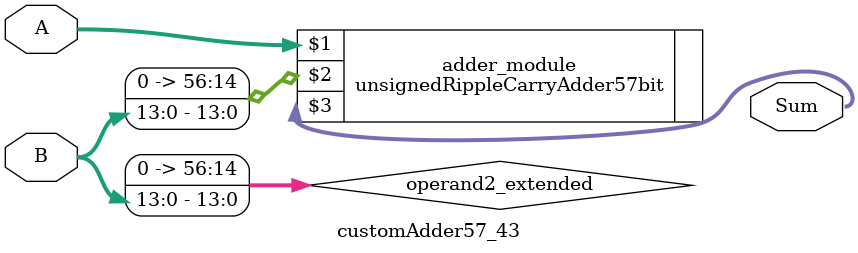
<source format=v>
module customAdder57_43(
                        input [56 : 0] A,
                        input [13 : 0] B,
                        
                        output [57 : 0] Sum
                );

        wire [56 : 0] operand2_extended;
        
        assign operand2_extended =  {43'b0, B};
        
        unsignedRippleCarryAdder57bit adder_module(
            A,
            operand2_extended,
            Sum
        );
        
        endmodule
        
</source>
